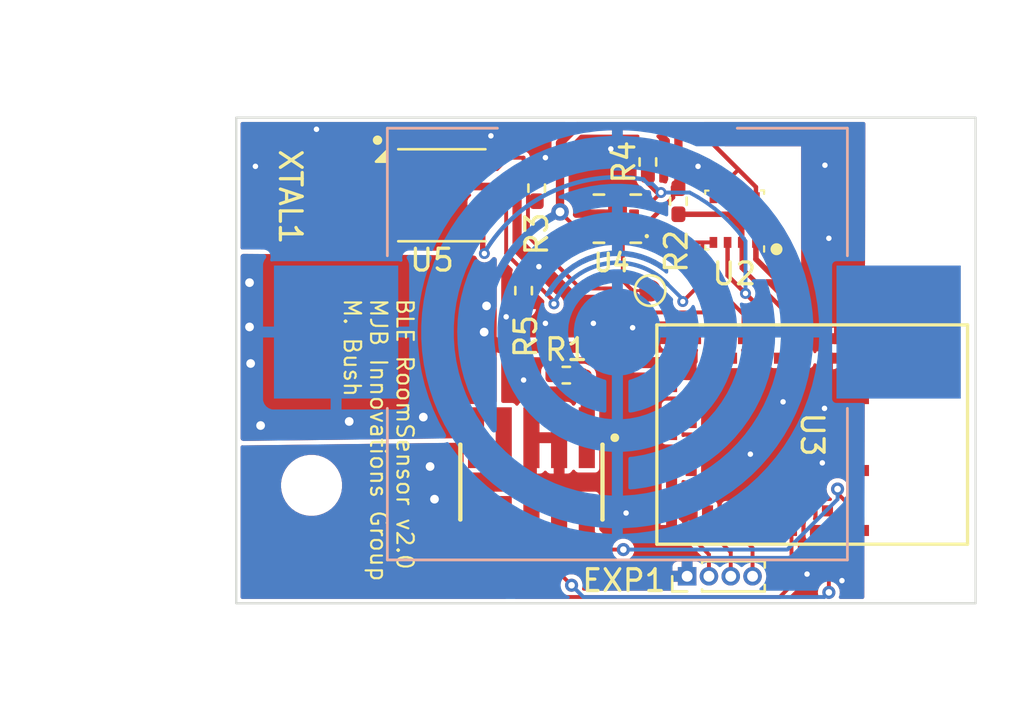
<source format=kicad_pcb>
(kicad_pcb (version 20240108) (generator "pcbnew") (generator_version "8.0")
  (layers (0 "F.Cu" signal) (31 "B.Cu" signal) (34 "B.Paste" user) (35 "F.Paste" user) (36 "B.SilkS" user "B.Silkscreen") (37 "F.SilkS" user "F.Silkscreen") (38 "B.Mask" user) (39 "F.Mask" user) (44 "Edge.Cuts" user))
  (net 0 "")
  (net 1 "BME_CS")
  (net 2 "GND")
  (net 3 "VDD")
  (net 26 "Net-(J1-Pad01)")
  (net 27 "DIO")
  (net 28 "CLK")
  (net 33 "RESET")
  (net 34 "PCF_INT")
  (net 35 "SDA")
  (net 36 "SCL")
  (net 37 "LIS_INT")
  (net 40 "Net-(U5-OSCI)")
  (net 41 "Net-(U5-OSCO)")
  (net 43 "Net-(EXP1-Pin_4)")
  (net 44 "Net-(EXP1-Pin_2)")
  (net 45 "Net-(EXP1-Pin_3)")
  (footprint "Package_LGA:Bosch_LGA-8_2.5x2.5mm_P0.65mm_ClockwisePinNumbering" (layer "F.Cu") (at 144.78 72.263 180)
    (property "Reference" "U2" (at 0.015 -2.465 0) (layer "F.SilkS"))
    (property "Value" "BME280")
    (fp_line (start 1.35 1.35) (end 1.35 1.2) (stroke (width 0.1)) (layer "F.SilkS"))
    (fp_line (start 1.35 1.35) (end 1.2 1.35) (stroke (width 0.1)) (layer "F.SilkS"))
    (fp_line (start 1.35 -1.35) (end 1.35 -1.2) (stroke (width 0.1)) (layer "F.SilkS"))
    (fp_line (start 1.2 -1.35) (end 1.35 -1.35) (stroke (width 0.1)) (layer "F.SilkS"))
    (fp_line (start -1.35 1.36) (end -1.2 1.36) (stroke (width 0.1)) (layer "F.SilkS"))
    (fp_line (start -1.35 1.35) (end -1.35 1.2) (stroke (width 0.1)) (layer "F.SilkS"))
    (fp_line (start -1.35 -1.2) (end -1.35 -1.45) (stroke (width 0.1)) (layer "F.SilkS"))
    (pad "1" smd rect (at -0.975 -1.025 270) (size 0.5 0.35) (layers "F.Cu" "F.Paste" "F.Mask") (net 2 "GND"))
    (pad "2" smd rect (at -0.325 -1.025 270) (size 0.5 0.35) (layers "F.Cu" "F.Paste" "F.Mask") (net 1 "BME_CS"))
    (pad "3" smd rect (at 0.325 -1.025 270) (size 0.5 0.35) (layers "F.Cu" "F.Paste" "F.Mask") (net 35 "SDA"))
    (pad "4" smd rect (at 0.975 -1.025 270) (size 0.5 0.35) (layers "F.Cu" "F.Paste" "F.Mask") (net 36 "SCL"))
    (pad "5" smd rect (at 0.975 1.025 270) (size 0.5 0.35) (layers "F.Cu" "F.Paste" "F.Mask") (net 2 "GND"))
    (pad "6" smd rect (at 0.325 1.025 270) (size 0.5 0.35) (layers "F.Cu" "F.Paste" "F.Mask") (net 3 "VDD"))
    (pad "7" smd rect (at -0.325 1.025 270) (size 0.5 0.35) (layers "F.Cu" "F.Paste" "F.Mask") (net 2 "GND"))
    (pad "8" smd rect (at -0.975 1.025 270) (size 0.5 0.35) (layers "F.Cu" "F.Paste" "F.Mask") (net 3 "VDD"))
  )
  (footprint "Connector_PinHeader_1.00mm:PinHeader_1x04_P1.00mm_Vertical" (layer "F.Cu") (at 142.6 88.6 90)
    (property "Reference" "EXP1" (at -0.2 -2.9 180) (layer "F.SilkS"))
    (property "Value" "Conn_01x04_Pin")
    (fp_line (start -0.695 -0.685) (end 0 -0.685) (stroke (width 0.12)) (layer "F.SilkS"))
    (fp_line (start -0.695 0) (end -0.695 -0.685) (stroke (width 0.12)) (layer "F.SilkS"))
    (fp_line (start 0.695 0.685) (end 0.695 3.56) (stroke (width 0.12)) (layer "F.SilkS"))
    (fp_line (start 0.608276 0.685) (end 0.695 0.685) (stroke (width 0.12)) (layer "F.SilkS"))
    (fp_line (start -0.695 0.685) (end -0.608276 0.685) (stroke (width 0.12)) (layer "F.SilkS"))
    (fp_line (start -0.695 0.685) (end -0.695 3.56) (stroke (width 0.12)) (layer "F.SilkS"))
    (fp_line (start 0.394493 3.56) (end 0.695 3.56) (stroke (width 0.12)) (layer "F.SilkS"))
    (fp_line (start -0.695 3.56) (end -0.394493 3.56) (stroke (width 0.12)) (layer "F.SilkS"))
    (pad "1" thru_hole rect (at 0 0 90) (size 0.85 0.85) (drill 0.5) (layers "*.Cu" "*.Mask") (net 2 "GND"))
    (pad "2" thru_hole oval (at 0 1 90) (size 0.85 0.85) (drill 0.5) (layers "*.Cu" "*.Mask") (net 44 "Net-(EXP1-Pin_2)"))
    (pad "3" thru_hole oval (at 0 2 90) (size 0.85 0.85) (drill 0.5) (layers "*.Cu" "*.Mask") (net 45 "Net-(EXP1-Pin_3)"))
    (pad "4" thru_hole oval (at 0 3 90) (size 0.85 0.85) (drill 0.5) (layers "*.Cu" "*.Mask") (net 43 "Net-(EXP1-Pin_4)"))
  )
  (footprint "BMD_360_A_R:BMD-360_UBL" (layer "F.Cu") (at 148.336 82.099999 -90)
    (property "Reference" "U3" (at 0 0 -90) (layer "F.SilkS"))
    (property "Value" "BMD-360-A-R")
    (fp_line (start -5.0292 7.1247) (end -5.0292 -7.1247) (stroke (width 0.1524)) (layer "F.SilkS"))
    (fp_line (start 5.0292 7.1247) (end -5.0292 7.1247) (stroke (width 0.1524)) (layer "F.SilkS"))
    (fp_line (start -5.0292 -7.1247) (end 5.0292 -7.1247) (stroke (width 0.1524)) (layer "F.SilkS"))
    (fp_line (start 5.0292 -7.1247) (end 5.0292 7.1247) (stroke (width 0.1524)) (layer "F.SilkS"))
    (pad "1" smd rect (at -4.399999 -2.350001 270) (size 0.508 0.508) (layers "F.Cu" "F.Paste" "F.Mask") (net 2 "GND"))
    (pad "2" smd rect (at -3.499999 -1.800001 270) (size 0.508 0.508) (layers "F.Cu" "F.Paste" "F.Mask") (net 2 "GND"))
    (pad "3" smd rect (at -4.399999 -1.250001 270) (size 0.508 0.508) (layers "F.Cu" "F.Paste" "F.Mask") (net 2 "GND"))
    (pad "4" smd rect (at -3.499999 -0.700001 270) (size 0.508 0.508) (layers "F.Cu" "F.Paste" "F.Mask") (net 2 "GND"))
    (pad "5" smd rect (at -4.399999 -0.150001 270) (size 0.508 0.508) (layers "F.Cu" "F.Paste" "F.Mask") (net 2 "GND"))
    (pad "6" smd rect (at -3.499999 0.399999 270) (size 0.508 0.508) (layers "F.Cu" "F.Paste" "F.Mask"))
    (pad "7" smd rect (at -4.399999 0.95 270) (size 0.508 0.508) (layers "F.Cu" "F.Paste" "F.Mask") (net 1 "BME_CS"))
    (pad "8" smd rect (at -3.499999 1.5 270) (size 0.508 0.508) (layers "F.Cu" "F.Paste" "F.Mask"))
    (pad "9" smd rect (at -4.399999 2.05 270) (size 0.508 0.508) (layers "F.Cu" "F.Paste" "F.Mask") (net 35 "SDA"))
    (pad "10" smd rect (at -3.499999 2.6 270) (size 0.508 0.508) (layers "F.Cu" "F.Paste" "F.Mask"))
    (pad "11" smd rect (at -4.399999 3.15 270) (size 0.508 0.508) (layers "F.Cu" "F.Paste" "F.Mask") (net 36 "SCL"))
    (pad "12" smd rect (at -3.499999 3.7 270) (size 0.508 0.508) (layers "F.Cu" "F.Paste" "F.Mask"))
    (pad "13" smd rect (at -4.399999 4.250001 270) (size 0.508 0.508) (layers "F.Cu" "F.Paste" "F.Mask") (net 37 "LIS_INT"))
    (pad "14" smd rect (at -3.499999 4.800001 270) (size 0.508 0.508) (layers "F.Cu" "F.Paste" "F.Mask"))
    (pad "15" smd rect (at -4.399999 5.350001 270) (size 0.508 0.508) (layers "F.Cu" "F.Paste" "F.Mask") (net 34 "PCF_INT"))
    (pad "16" smd rect (at -4.399999 6.450001 270) (size 0.508 0.508) (layers "F.Cu" "F.Paste" "F.Mask") (net 2 "GND"))
    (pad "17" smd rect (at -3.300001 6.45) (size 0.508 0.508) (layers "F.Cu" "F.Paste" "F.Mask") (net 3 "VDD"))
    (pad "18" smd rect (at -2.750001 5.55) (size 0.508 0.508) (layers "F.Cu" "F.Paste" "F.Mask") (net 2 "GND"))
    (pad "19" smd rect (at -2.200001 6.45) (size 0.508 0.508) (layers "F.Cu" "F.Paste" "F.Mask"))
    (pad "20" smd rect (at -1.650001 5.55) (size 0.508 0.508) (layers "F.Cu" "F.Paste" "F.Mask"))
    (pad "21" smd rect (at -1.1 6.45) (size 0.508 0.508) (layers "F.Cu" "F.Paste" "F.Mask"))
    (pad "22" smd rect (at -0.55 5.55) (size 0.508 0.508) (layers "F.Cu" "F.Paste" "F.Mask"))
    (pad "23" smd rect (at 0 6.45) (size 0.508 0.508) (layers "F.Cu" "F.Paste" "F.Mask"))
    (pad "24" smd rect (at 0.55 5.55) (size 0.508 0.508) (layers "F.Cu" "F.Paste" "F.Mask"))
    (pad "25" smd rect (at 1.1 6.45) (size 0.508 0.508) (layers "F.Cu" "F.Paste" "F.Mask"))
    (pad "26" smd rect (at 1.65 5.55) (size 0.508 0.508) (layers "F.Cu" "F.Paste" "F.Mask"))
    (pad "27" smd rect (at 2.200001 6.45) (size 0.508 0.508) (layers "F.Cu" "F.Paste" "F.Mask"))
    (pad "28" smd rect (at 2.750001 5.55) (size 0.508 0.508) (layers "F.Cu" "F.Paste" "F.Mask"))
    (pad "29" smd rect (at 3.300001 6.45) (size 0.508 0.508) (layers "F.Cu" "F.Paste" "F.Mask") (net 2 "GND"))
    (pad "30" smd rect (at 4.399999 6.450001 270) (size 0.508 0.508) (layers "F.Cu" "F.Paste" "F.Mask") (net 2 "GND"))
    (pad "31" smd rect (at 4.399999 5.350001 270) (size 0.508 0.508) (layers "F.Cu" "F.Paste" "F.Mask") (net 44 "Net-(EXP1-Pin_2)"))
    (pad "32" smd rect (at 3.499999 4.800001 270) (size 0.508 0.508) (layers "F.Cu" "F.Paste" "F.Mask"))
    (pad "33" smd rect (at 4.399999 4.250001 270) (size 0.508 0.508) (layers "F.Cu" "F.Paste" "F.Mask") (net 45 "Net-(EXP1-Pin_3)"))
    (pad "34" smd rect (at 3.499999 3.7 270) (size 0.508 0.508) (layers "F.Cu" "F.Paste" "F.Mask"))
    (pad "35" smd rect (at 4.399999 3.15 270) (size 0.508 0.508) (layers "F.Cu" "F.Paste" "F.Mask") (net 43 "Net-(EXP1-Pin_4)"))
    (pad "36" smd rect (at 3.499999 2.6 270) (size 0.508 0.508) (layers "F.Cu" "F.Paste" "F.Mask"))
    (pad "37" smd rect (at 4.399999 2.05 270) (size 0.508 0.508) (layers "F.Cu" "F.Paste" "F.Mask"))
    (pad "38" smd rect (at 3.499999 1.5 270) (size 0.508 0.508) (layers "F.Cu" "F.Paste" "F.Mask"))
    (pad "39" smd rect (at 4.399999 0.95 270) (size 0.508 0.508) (layers "F.Cu" "F.Paste" "F.Mask") (net 33 "RESET"))
    (pad "40" smd rect (at 3.499999 0.399999 270) (size 0.508 0.508) (layers "F.Cu" "F.Paste" "F.Mask"))
    (pad "41" smd rect (at 4.399999 -0.150001 270) (size 0.508 0.508) (layers "F.Cu" "F.Paste" "F.Mask"))
    (pad "42" smd rect (at 3.499999 -0.700001 270) (size 0.508 0.508) (layers "F.Cu" "F.Paste" "F.Mask"))
    (pad "43" smd rect (at 4.399999 -1.250001 270) (size 0.508 0.508) (layers "F.Cu" "F.Paste" "F.Mask") (net 28 "CLK"))
    (pad "44" smd rect (at 3.499999 -1.800001 270) (size 0.508 0.508) (layers "F.Cu" "F.Paste" "F.Mask") (net 27 "DIO"))
    (pad "45" smd rect (at 4.399999 -2.350001 270) (size 0.508 0.508) (layers "F.Cu" "F.Paste" "F.Mask") (net 2 "GND"))
    (pad "46" smd rect (at 1.65 -2.350001 270) (size 0.508 0.508) (layers "F.Cu" "F.Paste" "F.Mask") (net 2 "GND"))
    (pad "47" smd rect (at -1.65 -2.350001 270) (size 0.508 0.508) (layers "F.Cu" "F.Paste" "F.Mask") (net 2 "GND"))
  )
  (footprint "Resistor_SMD:R_0402_1005Metric_Pad0.72x0.64mm_HandSolder" (layer "F.Cu") (at 137.0584 79.375)
    (property "Reference" "R1" (at 0 -1.17 0) (layer "F.SilkS"))
    (property "Value" "0")
    (fp_line (start -0.167621 -0.38) (end 0.167621 -0.38) (stroke (width 0.12)) (layer "F.SilkS"))
    (fp_line (start -0.167621 0.38) (end 0.167621 0.38) (stroke (width 0.12)) (layer "F.SilkS"))
    (pad "1" smd roundrect (at -0.5975 0) (size 0.715 0.64) (layers "F.Cu" "F.Paste" "F.Mask") (net 3 "VDD"))
    (pad "2" smd roundrect (at 0.5975 0) (size 0.715 0.64) (layers "F.Cu" "F.Paste" "F.Mask") (net 26 "Net-(J1-Pad01)"))
  )
  (footprint "FTSH-105-01-F-DV-P-TR:SAMTEC_FTSH-105-01-F-DV-P-TR" (layer "F.Cu") (at 135.4582 84.2802 180)
    (property "Reference" "J1" (hide yes))
    (property "Value" "FTSH-105-01-F-DV-P-TR")
    (fp_line (start 3.26 1.715) (end 3.26 1.715) (stroke (width 0.2)) (layer "F.SilkS"))
    (fp_line (start 3.26 -1.715) (end 3.26 1.715) (stroke (width 0.2)) (layer "F.SilkS"))
    (fp_line (start 3.26 -1.715) (end 3.26 -1.715) (stroke (width 0.2)) (layer "F.SilkS"))
    (fp_line (start -3.26 1.715) (end -3.26 1.715) (stroke (width 0.2)) (layer "F.SilkS"))
    (fp_line (start -3.26 1.715) (end -3.26 -1.715) (stroke (width 0.2)) (layer "F.SilkS"))
    (fp_line (start -3.26 -1.715) (end -3.26 -1.715) (stroke (width 0.2)) (layer "F.SilkS"))
    (fp_circle (center -3.825 2.035) (end -3.725 2.035) (stroke (width 0.2)) (fill none) (layer "F.SilkS"))
    (pad "01" smd rect (at -2.54 2.035 180) (size 0.74 2.79) (layers "F.Cu" "F.Paste" "F.Mask") (net 26 "Net-(J1-Pad01)"))
    (pad "02" smd rect (at -2.54 -2.035 180) (size 0.74 2.79) (layers "F.Cu" "F.Paste" "F.Mask") (net 27 "DIO"))
    (pad "03" smd rect (at -1.27 2.035 180) (size 0.74 2.79) (layers "F.Cu" "F.Paste" "F.Mask") (net 2 "GND"))
    (pad "04" smd rect (at -1.27 -2.035 180) (size 0.74 2.79) (layers "F.Cu" "F.Paste" "F.Mask") (net 28 "CLK"))
    (pad "05" smd rect (at 0 2.035 180) (size 0.74 2.79) (layers "F.Cu" "F.Paste" "F.Mask") (net 2 "GND"))
    (pad "06" smd rect (at 0 -2.035 180) (size 0.74 2.79) (layers "F.Cu" "F.Paste" "F.Mask"))
    (pad "07" smd rect (at 1.27 2.035 180) (size 0.74 2.79) (layers "F.Cu" "F.Paste" "F.Mask"))
    (pad "08" smd rect (at 1.27 -2.035 180) (size 0.74 2.79) (layers "F.Cu" "F.Paste" "F.Mask"))
    (pad "09" smd rect (at 2.54 2.035 180) (size 0.74 2.79) (layers "F.Cu" "F.Paste" "F.Mask"))
    (pad "10" smd rect (at 2.54 -2.035 180) (size 0.74 2.79) (layers "F.Cu" "F.Paste" "F.Mask") (net 33 "RESET"))
  )
  (footprint "Resistor_SMD:R_0402_1005Metric_Pad0.72x0.64mm_HandSolder" (layer "F.Cu") (at 135.7 70.8 90)
    (property "Reference" "R3" (at -2.1 0 90) (layer "F.SilkS"))
    (property "Value" "100k")
    (fp_line (start -0.167621 -0.38) (end 0.167621 -0.38) (stroke (width 0.12)) (layer "F.SilkS"))
    (fp_line (start -0.167621 0.38) (end 0.167621 0.38) (stroke (width 0.12)) (layer "F.SilkS"))
    (pad "1" smd roundrect (at -0.5975 0 90) (size 0.715 0.64) (layers "F.Cu" "F.Paste" "F.Mask") (net 34 "PCF_INT"))
    (pad "2" smd roundrect (at 0.5975 0 90) (size 0.715 0.64) (layers "F.Cu" "F.Paste" "F.Mask") (net 3 "VDD"))
  )
  (footprint "Resistor_SMD:R_0402_1005Metric_Pad0.72x0.64mm_HandSolder" (layer "F.Cu") (at 140.8 69.6 -90)
    (property "Reference" "R4" (at 0.0025 1.1 90) (layer "F.SilkS"))
    (property "Value" "10k")
    (fp_line (start -0.167621 0.38) (end 0.167621 0.38) (stroke (width 0.12)) (layer "F.SilkS"))
    (fp_line (start -0.167621 -0.38) (end 0.167621 -0.38) (stroke (width 0.12)) (layer "F.SilkS"))
    (pad "1" smd roundrect (at -0.5975 0 270) (size 0.715 0.64) (layers "F.Cu" "F.Paste" "F.Mask") (net 2 "GND"))
    (pad "2" smd roundrect (at 0.5975 0 270) (size 0.715 0.64) (layers "F.Cu" "F.Paste" "F.Mask") (net 35 "SDA"))
  )
  (footprint "FC_135_32_7680KA_A3:XTAL_FC-135R_EPS" (layer "F.Cu") (at 126.4 71.2 -90)
    (property "Reference" "XTAL1" (at 0 2 -90) (layer "F.SilkS"))
    (property "Value" "FC-135 32.7680KA-A3")
    (pad "1" smd rect (at -1.0922 0) (size 1.6002 1.4224) (layers "F.Cu" "F.Paste" "F.Mask") (net 40 "Net-(U5-OSCI)"))
    (pad "2" smd rect (at 1.0922 0) (size 1.6002 1.4224) (layers "F.Cu" "F.Paste" "F.Mask") (net 41 "Net-(U5-OSCO)"))
    (zone (net 0) (net_name "") (layer "F.Cu") (connect_pads (clearance 0)) (min_thickness 0.254)
      (keepout (tracks not_allowed) (vias not_allowed) (pads allowed) (copperpour not_allowed) (footprints allowed))
      (fill (thermal_gap 0.508) (thermal_bridge_width 0.508))
      (polygon (pts (xy 127.2509 70.8698) (xy 127.2509 71.5302) (xy 125.5491 71.5302) (xy 125.5491 70.8698)))
    )
  )
  (footprint "LIS2DH12TR:PQFN50P200X200100-12N" (layer "F.Cu") (at 139.4 72.2 180)
    (property "Reference" "U4" (at 0.26154 -2.02186 180) (layer "F.SilkS") (effects (font (size 0.810205 0.810205))))
    (property "Value" "LIS2DH12TR")
    (fp_line (start 1.08 1.105) (end 0.61 1.105) (stroke (width 0.127)) (layer "F.SilkS"))
    (fp_line (start 0.61 -1.105) (end 1.08 -1.105) (stroke (width 0.127)) (layer "F.SilkS"))
    (fp_line (start -0.61 1.105) (end -1.08 1.105) (stroke (width 0.127)) (layer "F.SilkS"))
    (fp_line (start -1.08 -1.105) (end -0.61 -1.105) (stroke (width 0.127)) (layer "F.SilkS"))
    (fp_circle (center -1.35 -0.8) (end -1.3 -0.8) (stroke (width 0.1)) (fill none) (layer "F.SilkS"))
    (pad "1" smd roundrect (at -0.765 -0.75 180) (size 0.45 0.35) (layers "F.Cu" "F.Paste" "F.Mask") (roundrect_rratio 0.15) (net 36 "SCL"))
    (pad "2" smd roundrect (at -0.765 -0.25 180) (size 0.45 0.35) (layers "F.Cu" "F.Paste" "F.Mask") (roundrect_rratio 0.15) (net 3 "VDD"))
    (pad "3" smd roundrect (at -0.765 0.25 180) (size 0.45 0.35) (layers "F.Cu" "F.Paste" "F.Mask") (roundrect_rratio 0.15))
    (pad "4" smd roundrect (at -0.765 0.75 180) (size 0.45 0.35) (layers "F.Cu" "F.Paste" "F.Mask") (roundrect_rratio 0.15) (net 35 "SDA"))
    (pad "5" smd roundrect (at -0.265 0.765 180) (size 0.35 0.45) (layers "F.Cu" "F.Paste" "F.Mask") (roundrect_rratio 0.15) (net 2 "GND"))
    (pad "6" smd roundrect (at 0.25 0.765 180) (size 0.35 0.45) (layers "F.Cu" "F.Paste" "F.Mask") (roundrect_rratio 0.15) (net 2 "GND"))
    (pad "7" smd roundrect (at 0.765 0.75 180) (size 0.45 0.35) (layers "F.Cu" "F.Paste" "F.Mask") (roundrect_rratio 0.15) (net 2 "GND"))
    (pad "8" smd roundrect (at 0.765 0.25 180) (size 0.45 0.35) (layers "F.Cu" "F.Paste" "F.Mask") (roundrect_rratio 0.15) (net 2 "GND"))
    (pad "9" smd roundrect (at 0.765 -0.25 180) (size 0.45 0.35) (layers "F.Cu" "F.Paste" "F.Mask") (roundrect_rratio 0.15) (net 3 "VDD"))
    (pad "10" smd roundrect (at 0.765 -0.75 180) (size 0.45 0.35) (layers "F.Cu" "F.Paste" "F.Mask") (roundrect_rratio 0.15) (net 3 "VDD"))
    (pad "11" smd roundrect (at 0.25 -0.765 180) (size 0.35 0.45) (layers "F.Cu" "F.Paste" "F.Mask") (roundrect_rratio 0.15))
    (pad "12" smd roundrect (at -0.25 -0.765 180) (size 0.35 0.45) (layers "F.Cu" "F.Paste" "F.Mask") (roundrect_rratio 0.15) (net 37 "LIS_INT"))
  )
  (footprint "MountingHole:MountingHole_2.5mm" (layer "F.Cu") (at 125.3744 84.4296)
    (property "Reference" "H2" (hide yes))
    (property "Value" "MountingHole")
    (pad "" np_thru_hole circle (at 0 0) (size 2.5 2.5) (drill 2.5) (layers "*.Cu" "*.Mask"))
  )
  (footprint "MountingHole:MountingHole_2.5mm" (layer "F.Cu") (at 152.908 70.7136)
    (property "Reference" "H1" (hide yes))
    (property "Value" "MountingHole")
    (pad "" np_thru_hole circle (at 0 0) (size 2.5 2.5) (drill 2.5) (layers "*.Cu" "*.Mask"))
  )
  (footprint "Resistor_SMD:R_0402_1005Metric_Pad0.72x0.64mm_HandSolder" (layer "F.Cu") (at 135.1 75.5 90)
    (property "Reference" "R5" (at -2.1 0.1 90) (layer "F.SilkS"))
    (property "Value" "10k")
    (fp_line (start -0.167621 -0.38) (end 0.167621 -0.38) (stroke (width 0.12)) (layer "F.SilkS"))
    (fp_line (start -0.167621 0.38) (end 0.167621 0.38) (stroke (width 0.12)) (layer "F.SilkS"))
    (pad "1" smd roundrect (at -0.5975 0 90) (size 0.715 0.64) (layers "F.Cu" "F.Paste" "F.Mask") (net 2 "GND"))
    (pad "2" smd roundrect (at 0.5975 0 90) (size 0.715 0.64) (layers "F.Cu" "F.Paste" "F.Mask") (net 36 "SCL"))
  )
  (footprint "TestPoint:TestPoint_Pad_D1.0mm" (layer "F.Cu") (at 140.9 75.5)
    (property "Reference" "TP_LIS1" (hide yes))
    (property "Value" "TestPoint")
    (fp_circle (center 0 0) (end 0 0.7) (stroke (width 0.12)) (fill none) (layer "F.SilkS"))
    (pad "1" smd circle (at 0 0) (size 1 1) (layers "F.Cu" "F.Mask") (net 37 "LIS_INT"))
  )
  (footprint "Package_SON:HVSON-8-1EP_4x4mm_P0.8mm_EP2.2x3.1mm" (layer "F.Cu") (at 131.35 71.125)
    (property "Reference" "U5" (at -0.45 2.975 0) (layer "F.SilkS"))
    (property "Value" "PCF8523TK")
    (fp_line (start -2 -2.11) (end 2 -2.11) (stroke (width 0.12)) (layer "F.SilkS"))
    (fp_line (start -2 2.11) (end 2 2.11) (stroke (width 0.12)) (layer "F.SilkS"))
    (fp_poly (pts (xy -2.54 -1.54) (xy -3.02 -1.54) (xy -2.54 -2.02) (xy -2.54 -1.54)) (stroke (width 0.12)) (fill solid) (layer "F.SilkS"))
    (pad "1" smd roundrect (at -1.875 -1.2) (size 1 0.35) (layers "F.Cu" "F.Paste" "F.Mask") (net 40 "Net-(U5-OSCI)"))
    (pad "2" smd roundrect (at -1.875 -0.4) (size 1 0.35) (layers "F.Cu" "F.Paste" "F.Mask") (net 41 "Net-(U5-OSCO)"))
    (pad "3" smd roundrect (at -1.875 0.4) (size 1 0.35) (layers "F.Cu" "F.Paste" "F.Mask") (net 3 "VDD"))
    (pad "4" smd roundrect (at -1.875 1.2) (size 1 0.35) (layers "F.Cu" "F.Paste" "F.Mask") (net 2 "GND"))
    (pad "5" smd roundrect (at 1.875 1.2) (size 1 0.35) (layers "F.Cu" "F.Paste" "F.Mask") (net 35 "SDA"))
    (pad "6" smd roundrect (at 1.875 0.4) (size 1 0.35) (layers "F.Cu" "F.Paste" "F.Mask") (net 36 "SCL"))
    (pad "7" smd roundrect (at 1.875 -0.4) (size 1 0.35) (layers "F.Cu" "F.Paste" "F.Mask") (net 34 "PCF_INT"))
    (pad "8" smd roundrect (at 1.875 -1.2) (size 1 0.35) (layers "F.Cu" "F.Paste" "F.Mask") (net 3 "VDD"))
    (pad "9" smd rect (at 0 0) (size 2.2 3.1) (property pad_prop_heatsink) (layers "F.Cu" "F.Mask") (net 2 "GND"))
  )
  (footprint "Resistor_SMD:R_0402_1005Metric_Pad0.72x0.64mm_HandSolder" (layer "F.Cu") (at 142.2 71.4 -90)
    (property "Reference" "R2" (at 2.3 0.1 90) (layer "F.SilkS"))
    (property "Value" "100k")
    (fp_line (start -0.167621 0.38) (end 0.167621 0.38) (stroke (width 0.12)) (layer "F.SilkS"))
    (fp_line (start -0.167621 -0.38) (end 0.167621 -0.38) (stroke (width 0.12)) (layer "F.SilkS"))
    (pad "1" smd roundrect (at -0.5975 0 270) (size 0.715 0.64) (layers "F.Cu" "F.Paste" "F.Mask") (net 3 "VDD"))
    (pad "2" smd roundrect (at 0.5975 0 270) (size 0.715 0.64) (layers "F.Cu" "F.Paste" "F.Mask") (net 1 "BME_CS"))
  )
  (footprint "BAT_HLD_003_SMT:BAT_BAT-HLD-003-SMT_MOD" (layer "B.Cu") (at 139.4 77.4)
    (property "Reference" "BT1" (hide yes))
    (property "Value" "Battery_Cell")
    (fp_line (start -10.55 -9.35) (end -10.55 -3.5) (stroke (width 0.127)) (layer "B.SilkS"))
    (fp_line (start -10.55 10.45) (end -10.55 3.5) (stroke (width 0.127)) (layer "B.SilkS"))
    (fp_line (start -5.5 -9.35) (end -10.55 -9.35) (stroke (width 0.127)) (layer "B.SilkS"))
    (fp_line (start 10.55 -9.35) (end 5.5 -9.35) (stroke (width 0.127)) (layer "B.SilkS"))
    (fp_line (start 10.55 -3.5) (end 10.55 -9.35) (stroke (width 0.127)) (layer "B.SilkS"))
    (fp_line (start 10.55 3.5) (end 10.55 10.45) (stroke (width 0.127)) (layer "B.SilkS"))
    (fp_line (start 10.55 10.45) (end -10.55 10.45) (stroke (width 0.127)) (layer "B.SilkS"))
    (pad "1" smd rect (at -12.9 0) (size 5.7 6.1) (layers "B.Cu" "B.Paste" "B.Mask") (net 3 "VDD"))
    (pad "2" smd custom (at -7.5 -3.5) (size 1 1) (layers "B.Cu" "B.Paste" "B.Mask") (net 2 "GND") (options (clearance outline) (anchor rect)) (primitives (gr_circle (center 7.5 3.5) (end 15.75 3.5) (width 1.5) (fill no)) (gr_line (start 7.5 3.5) (end 7.5 11.75) (width 0.5)) (gr_circle (center 7.5 3.5) (end 12.25 3.5) (width 1.5) (fill no)) (gr_circle (center 7.5 3.5) (end 9.5 3.5) (width 0) (fill yes))))
    (pad "NC" smd rect (at 12.9 0) (size 5.7 6.1) (layers "B.Cu" "B.Paste" "B.Mask"))
  )
  (gr_arc (start 133.301327 73.760469) (mid 136.429741 70.948832) (end 140.6 70.4) (stroke (width 0.2)) (layer "B.Cu") (net 35))
  (gr_arc (start 136.491552 76.107356) (mid 138.853762 74.264458) (end 141.7 75.2) (stroke (width 0.2)) (layer "B.Cu") (net 36))
  (gr_arc (start 133.316417 77.4) (mid 134.260579 74.144799) (end 136.8 71.900001) (stroke (width 0.381)) (layer "B.Cu") (net 3))
  (gr_circle (center 128.4 68.6) (end 128.541421 68.6) (stroke (width 0.15)) (fill solid) (layer "F.SilkS"))
  (gr_circle (center 146.7 73.6) (end 146.9 73.6) (stroke (width 0.15)) (fill solid) (layer "F.SilkS"))
  (gr_rect (start 121.92 67.564) (end 155.829 89.8398) (stroke (width 0.1)) (fill none) (layer "Edge.Cuts"))
  (gr_text "BLE RoomSensor v2.0\nMJB Innovations Group\nM. Bush" (at 126.8 75.8 270) (layer "F.SilkS") (effects (font (size 0.75 0.75) (thickness 0.1)) (justify left bottom)))
  (segment (start 142.2 71.9975) (end 144.4975 71.9975) (width 0.25) (layer "F.Cu") (net 1))
  (segment (start 144.653 72.153) (end 144.653 72.186224) (width 0.25) (layer "F.Cu") (net 1))
  (segment (start 144.4975 71.9975) (end 144.653 72.153) (width 0.25) (layer "F.Cu") (net 1))
  (segment (start 144.653 72.186224) (end 145.105 72.638224) (width 0.25) (layer "F.Cu") (net 1))
  (segment (start 145.105 74.464132) (end 147.386 76.745132) (width 0.2032) (layer "F.Cu") (net 1))
  (segment (start 145.105 73.233) (end 145.105 74.464132) (width 0.2032) (layer "F.Cu") (net 1))
  (segment (start 147.386 77.7) (end 147.386 76.745132) (width 0.1778) (layer "F.Cu") (net 1))
  (segment (start 145.105 72.638224) (end 145.105 73.288) (width 0.25) (layer "F.Cu") (net 1))
  (segment (start 145.105 71.745) (end 145.755 72.395) (width 0.254) (layer "F.Cu") (net 2))
  (segment (start 143.805 70.505) (end 143.1 69.8) (width 0.1778) (layer "F.Cu") (net 2))
  (segment (start 145.755 72.395) (end 145.755 74.055) (width 0.254) (layer "F.Cu") (net 2))
  (segment (start 145.755 74.055) (end 147.1 75.4) (width 0.254) (layer "F.Cu") (net 2))
  (segment (start 143.805 71.238) (end 143.805 70.505) (width 0.1778) (layer "F.Cu") (net 2))
  (segment (start 145.105 71.293) (end 145.105 71.745) (width 0.254) (layer "F.Cu") (net 2))
  (via (at 135.1 79.6) (size 0.5) (drill 0.25) (layers "F.Cu" "B.Cu") (net 2))
  (via (at 147 80.6) (size 0.5) (drill 0.25) (layers "F.Cu" "B.Cu") (net 2))
  (via (at 148.1 88.5) (size 0.5) (drill 0.25) (layers "F.Cu" "B.Cu") (net 2))
  (via (at 135.8 74.4) (size 0.5) (drill 0.25) (layers "F.Cu" "B.Cu") (net 2))
  (via (at 139.1 69) (size 0.5) (drill 0.25) (layers "F.Cu" "B.Cu") (net 2))
  (via (at 130.81 83.566) (size 0.8) (drill 0.4) (layers "F.Cu" "B.Cu") (net 2))
  (via (at 134.3 76.7) (size 0.5) (drill 0.25) (layers "F.Cu" "B.Cu") (net 2))
  (via (at 133.6 68.4) (size 0.5) (drill 0.25) (layers "F.Cu" "B.Cu") (net 2))
  (via (at 140.1 77.2) (size 0.5) (drill 0.25) (layers "F.Cu" "B.Cu") (net 2))
  (via (at 136.1 69.4) (size 0.5) (drill 0.25) (layers "F.Cu" "B.Cu") (net 2))
  (via (at 136.1 77) (size 0.5) (drill 0.25) (layers "F.Cu" "B.Cu") (net 2))
  (via (at 139.8 85.7) (size 0.5) (drill 0.25) (layers "F.Cu" "B.Cu") (net 2))
  (via (at 149.7 88.8) (size 0.5) (drill 0.25) (layers "F.Cu" "B.Cu") (net 2))
  (via (at 138.3 77) (size 0.5) (drill 0.25) (layers "F.Cu" "B.Cu") (net 2))
  (via (at 148.8 83.4) (size 0.5) (drill 0.25) (layers "F.Cu" "B.Cu") (net 2))
  (via (at 143.1 69.8) (size 0.5) (drill 0.25) (layers "F.Cu" "B.Cu") (net 2))
  (via (at 148.9202 69.7484) (size 0.5) (drill 0.25) (layers "F.Cu" "B.Cu") (net 2))
  (via (at 125.6 68.1) (size 0.5) (drill 0.25) (layers "F.Cu" "B.Cu") (net 2))
  (via (at 145.5 83) (size 0.5) (drill 0.25) (layers "F.Cu" "B.Cu") (net 2))
  (via (at 131.0132 85.0646) (size 0.8) (drill 0.4) (layers "F.Cu" "B.Cu") (net 2))
  (via (at 148.9 80.9) (size 0.5) (drill 0.25) (layers "F.Cu" "B.Cu") (net 2))
  (via (at 149.1 73.1) (size 0.5) (drill 0.25) (layers "F.Cu" "B.Cu") (net 2))
  (via (at 122.8 69.8) (size 0.5) (drill 0.25) (layers "F.Cu" "B.Cu") (net 2))
  (segment (start 138.635 72.45) (end 138.635 72.95) (width 0.1778) (layer "F.Cu") (net 3))
  (segment (start 136.4609 78.1391) (end 136.5 78.1) (width 0.25) (layer "F.Cu") (net 3))
  (segment (start 144.455 70.445) (end 144.9531 69.9469) (width 0.1778) (layer "F.Cu") (net 3))
  (segment (start 133.875 69.925) (end 134.3975 69.4025) (width 0.1778) (layer "F.Cu") (net 3))
  (segment (start 128 72.1) (end 128 74.3) (width 0.25) (layer "F.Cu") (net 3))
  (segment (start 140.730081 72.45) (end 140.165 72.45) (width 0.2032) (layer "F.Cu") (net 3))
  (segment (start 138.635 72.45) (end 137.331763 72.45) (width 0.1778) (layer "F.Cu") (net 3))
  (segment (start 142.2404 70.4596) (end 141.9516 70.7484) (width 0.2032) (layer "F.Cu") (net 3))
  (segment (start 139.988598 78.799998) (end 139.2886 78.1) (width 0.508) (layer "F.Cu") (net 3))
  (segment (start 136.4609 79.375) (end 136.4609 78.1391) (width 0.25) (layer "F.Cu") (net 3))
  (segment (start 137.5455 67.9545) (end 136.770586 68.729414) (width 0.381) (layer "F.Cu") (net 3))
  (segment (start 136.770586 70.1) (end 135.7 70.1) (width 0.1778) (layer "F.Cu") (net 3))
  (segment (start 142.2 70.8025) (end 142.2 68.4) (width 0.381) (layer "F.Cu") (net 3))
  (segment (start 144.455 71.238) (end 144.455 70.445) (width 0.1778) (layer "F.Cu") (net 3))
  (segment (start 137.331763 72.45) (end 136.770586 71.888823) (width 0.1778) (layer "F.Cu") (net 3))
  (segment (start 135.1 69.5) (end 135.1 69.4025) (width 0.1778) (layer "F.Cu") (net 3))
  (segment (start 141.9516 70.7484) (end 141.9516 71.228481) (width 0.2032) (layer "F.Cu") (net 3))
  (segment (start 145.755 70.7488) (end 144.9531 69.9469) (width 0.2032) (layer "F.Cu") (net 3))
  (segment (start 141.7545 67.9545) (end 137.5455 67.9545) (width 0.381) (layer "F.Cu") (net 3))
  (segment (start 141.886 78.799998) (end 139.988598 78.799998) (width 0.508) (layer "F.Cu") (net 3))
  (segment (start 142.9607 67.9545) (end 141.6 67.9545) (width 0.2032) (layer "F.Cu") (net 3))
  (segment (start 145.755 71.293) (end 145.755 70.7488) (width 0.2032) (layer "F.Cu") (net 3))
  (segment (start 133.225 69.925) (end 133.875 69.925) (width 0.1778) (layer "F.Cu") (net 3))
  (segment (start 141.9516 71.228481) (end 140.730081 72.45) (width 0.2032) (layer "F.Cu") (net 3))
  (segment (start 128.575 71.525) (end 128 72.1) (width 0.25) (layer "F.Cu") (net 3))
  (segment (start 142.2 68.4) (end 141.7545 67.9545) (width 0.381) (layer "F.Cu") (net 3))
  (segment (start 139.2886 78.1) (end 136.5 78.1) (width 0.508) (layer "F.Cu") (net 3))
  (segment (start 129.475 71.525) (end 128.575 71.525) (width 0.25) (layer "F.Cu") (net 3))
  (segment (start 136.770586 68.729414) (end 136.770586 71.888823) (width 0.381) (layer "F.Cu") (net 3))
  (segment (start 133.990091 78.1) (end 133.29004 77.399949) (width 0.508) (layer "F.Cu") (net 3))
  (segment (start 136.5 78.1) (end 133.990091 78.1) (width 0.508) (layer "F.Cu") (net 3))
  (segment (start 144.9531 69.9469) (end 142.9607 67.9545) (width 0.2032) (layer "F.Cu") (net 3))
  (segment (start 134.3975 69.4025) (end 135.1 69.4025) (width 0.1778) (layer "F.Cu") (net 3))
  (segment (start 135.7 70.1) (end 135.1 69.5) (width 0.1778) (layer "F.Cu") (net 3))
  (via (at 122.5296 77.1652) (size 0.8) (drill 0.4) (layers "F.Cu" "B.Cu") (net 3))
  (via (at 127.1 81.5) (size 0.8) (drill 0.4) (layers "F.Cu" "B.Cu") (net 3))
  (via (at 130.5 81.3) (size 0.8) (drill 0.4) (layers "F.Cu" "B.Cu") (net 3))
  (via (at 136.770586 71.888823) (size 0.8) (drill 0.4) (layers "F.Cu" "B.Cu") (net 3))
  (via (at 122.5804 78.8416) (size 0.8) (drill 0.4) (layers "F.Cu" "B.Cu") (net 3))
  (via (at 122.5296 75.1332) (size 0.8) (drill 0.4) (layers "F.Cu" "B.Cu") (net 3))
  (via (at 133.29004 77.399949) (size 0.8) (drill 0.4) (layers "F.Cu" "B.Cu") (net 3))
  (via (at 123.0376 81.6864) (size 0.8) (drill 0.4) (layers "F.Cu" "B.Cu") (net 3))
  (via (at 133.4 76.2) (size 0.8) (drill 0.4) (layers "F.Cu" "B.Cu") (net 3))
  (segment (start 137.9709 82.2179) (end 137.9982 82.2452) (width 0.508) (layer "F.Cu") (net 26))
  (segment (start 137.9709 79.375) (end 137.9709 82.2179) (width 0.508) (layer "F.Cu") (net 26))
  (segment (start 139.6746 87.376) (end 139.059 87.376) (width 0.1778) (layer "F.Cu") (net 27))
  (segment (start 149.5 84.8) (end 149.5 84.6) (width 0.1778) (layer "F.Cu") (net 27))
  (segment (start 139.059 87.376) (end 137.9982 86.3152) (width 0.1778) (layer "F.Cu") (net 27))
  (segment (start 150.136001 85.436001) (end 149.5 84.8) (width 0.1778) (layer "F.Cu") (net 27))
  (via (at 139.6746 87.376) (size 0.6) (drill 0.3) (layers "F.Cu" "B.Cu") (net 27))
  (via (at 149.5 84.6) (size 0.6) (drill 0.3) (layers "F.Cu" "B.Cu") (net 27))
  (segment (start 149.5 85.069) (end 147.193 87.376) (width 0.1778) (layer "B.Cu") (net 27))
  (segment (start 149.5 84.6) (end 149.5 85.069) (width 0.1778) (layer "B.Cu") (net 27))
  (segment (start 147.193 87.376) (end 139.6746 87.376) (width 0.1778) (layer "B.Cu") (net 27))
  (segment (start 149.1 89.3398) (end 149.1 86.985999) (width 0.1778) (layer "F.Cu") (net 28))
  (segment (start 136.7282 88.440966) (end 136.7282 86.3152) (width 0.1778) (layer "F.Cu") (net 28))
  (segment (start 149.1 86.985999) (end 149.586001 86.499998) (width 0.1778) (layer "F.Cu") (net 28))
  (segment (start 137.299234 89.012) (end 136.7282 88.440966) (width 0.1778) (layer "F.Cu") (net 28))
  (segment (start 137.3 89.012) (end 137.299234 89.012) (width 0.1778) (layer "F.Cu") (net 28))
  (via (at 149.1 89.3398) (size 0.6) (drill 0.3) (layers "F.Cu" "B.Cu") (net 28))
  (via (at 137.3 89.012) (size 0.6) (drill 0.3) (layers "F.Cu" "B.Cu") (net 28))
  (segment (start 137.3 89.012) (end 137.8389 89.5509) (width 0.1778) (layer "B.Cu") (net 28))
  (segment (start 148.8889 89.5509) (end 149.1 89.3398) (width 0.1778) (layer "B.Cu") (net 28))
  (segment (start 137.8389 89.5509) (end 148.8889 89.5509) (width 0.1778) (layer "B.Cu") (net 28))
  (segment (start 132.9182 86.3152) (end 132.9182 87.7102) (width 0.1778) (layer "F.Cu") (net 33))
  (segment (start 132.9182 87.7102) (end 134.7589 89.5509) (width 0.1778) (layer "F.Cu") (net 33))
  (segment (start 134.7589 89.5509) (end 146.8491 89.5509) (width 0.1778) (layer "F.Cu") (net 33))
  (segment (start 146.8491 89.5509) (end 147.386 89.014) (width 0.1778) (layer "F.Cu") (net 33))
  (segment (start 147.386 89.014) (end 147.386 86.499998) (width 0.1778) (layer "F.Cu") (net 33))
  (segment (start 134.9725 70.725) (end 135.1 70.5975) (width 0.1778) (layer "F.Cu") (net 34))
  (segment (start 140.6 76.8) (end 140.8 77) (width 0.1778) (layer "F.Cu") (net 34))
  (segment (start 139.2 75.4) (end 140.6 76.8) (width 0.1778) (layer "F.Cu") (net 34))
  (segment (start 140.8 77) (end 142.285999 77) (width 0.1778) (layer "F.Cu") (net 34))
  (segment (start 133.225 70.725) (end 134.9725 70.725) (width 0.1778) (layer "F.Cu") (net 34))
  (segment (start 135.3 71.4) (end 135.3 73) (width 0.1778) (layer "F.Cu") (net 34))
  (segment (start 135.7 71.3975) (end 135.3025 71.3975) (width 0.127) (layer "F.Cu") (net 34))
  (segment (start 135.3 73) (end 137.7 75.4) (width 0.1778) (layer "F.Cu") (net 34))
  (segment (start 142.285999 77) (end 142.985999 77.7) (width 0.1778) (layer "F.Cu") (net 34))
  (segment (start 135.3025 71.3975) (end 135.3 71.4) (width 0.127) (layer "F.Cu") (net 34))
  (segment (start 135.3 70.7975) (end 135.3 71.4) (width 0.1778) (layer "F.Cu") (net 34))
  (segment (start 135.1 70.5975) (end 135.3 70.7975) (width 0.1778) (layer "F.Cu") (net 34))
  (segment (start 137.7 75.4) (end 139.2 75.4) (width 0.1778) (layer "F.Cu") (net 34))
  (segment (start 145.276693 75.628039) (end 144.455 74.806346) (width 0.2032) (layer "F.Cu") (net 35))
  (segment (start 140.95 71.45) (end 141.4 71) (width 0.1778) (layer "F.Cu") (net 35))
  (segment (start 141.2 71) (end 140.8 70.6) (width 0.1778) (layer "F.Cu") (net 35))
  (segment (start 141.4 71) (end 141.2 71) (width 0.1778) (layer "F.Cu") (net 35))
  (segment (start 140.8 70.6) (end 140.8 70.1975) (width 0.1778) (layer "F.Cu") (net 35))
  (segment (start 146.286 77.7) (end 146.286 76.637346) (width 0.1778) (layer "F.Cu") (net 35))
  (segment (start 144.455 74.806346) (end 144.455 73.233) (width 0.2032) (layer "F.Cu") (net 35))
  (segment (start 140.165 71.45) (end 140.95 71.45) (width 0.1778) (layer "F.Cu") (net 35))
  (segment (start 133.225 73.725) (end 133.3 73.8) (width 0.25) (layer "F.Cu") (net 35))
  (segment (start 145.276693 75.628039) (end 146.286 76.637346) (width 0.2032) (layer "F.Cu") (net 35))
  (segment (start 133.225 72.325) (end 133.225 73.725) (width 0.25) (layer "F.Cu") (net 35))
  (via (at 141.4 71) (size 0.5) (drill 0.25) (layers "F.Cu" "B.Cu") (net 35))
  (via (at 133.3 73.8) (size 0.5) (drill 0.25) (layers "F.Cu" "B.Cu") (net 35))
  (via (at 145.276693 75.628039) (size 0.5) (drill 0.25) (layers "F.Cu" "B.Cu") (net 35))
  (segment (start 141.4 71) (end 142.711669 71) (width 0.1778) (layer "B.Cu") (net 35))
  (segment (start 145.276693 73.231738) (end 145.276693 75.628039) (width 0.1778) (layer "B.Cu") (net 35))
  (segment (start 143.073327 71.198195) (end 143.479368 71.457402) (width 0.1778) (layer "B.Cu") (net 35))
  (segment (start 142.711669 71) (end 143.073327 71.198195) (width 0.1778) (layer "B.Cu") (net 35))
  (segment (start 144.235039 72.054149) (end 144.581299 72.389026) (width 0.1778) (layer "B.Cu") (net 35))
  (segment (start 141.4 71) (end 141 70.6) (width 0.1778) (layer "B.Cu") (net 35))
  (segment (start 145.202971 73.124344) (end 145.276693 73.231738) (width 0.1778) (layer "B.Cu") (net 35))
  (segment (start 144.581299 72.389026) (end 144.904428 72.746294) (width 0.1778) (layer "B.Cu") (net 35))
  (segment (start 140.8 70.6) (end 140.6 70.4) (width 0.1778) (layer "B.Cu") (net 35))
  (segment (start 143.479368 71.457402) (end 143.867178 71.743143) (width 0.1778) (layer "B.Cu") (net 35))
  (segment (start 144.904428 72.746294) (end 145.202971 73.124344) (width 0.1778) (layer "B.Cu") (net 35))
  (segment (start 143.867178 71.743143) (end 144.235039 72.054149) (width 0.1778) (layer "B.Cu") (net 35))
  (segment (start 141 70.6) (end 140.8 70.6) (width 0.1778) (layer "B.Cu") (net 35))
  (segment (start 145.186 77.7) (end 145.186 76.586) (width 0.1778) (layer "F.Cu") (net 36))
  (segment (start 140.165 72.95) (end 142.05 72.95) (width 0.1778) (layer "F.Cu") (net 36))
  (segment (start 143.3 75.1) (end 143.3 74.7) (width 0.1778) (layer "F.Cu") (net 36))
  (segment (start 142.4 76) (end 143.3 75.1) (width 0.1778) (layer "F.Cu") (net 36))
  (segment (start 134.125 71.525) (end 134.3 71.7) (width 0.1778) (layer "F.Cu") (net 36))
  (segment (start 142.388 73.288) (end 143.3 73.288) (width 0.1778) (layer "F.Cu") (net 36))
  (segment (start 136.491552 75.991552) (end 136.491552 76.107356) (width 0.1778) (layer "F.Cu") (net 36))
  (segment (start 134.3 71.7) (end 134.3 73.8) (width 0.1778) (layer "F.Cu") (net 36))
  (segment (start 142.05 72.95) (end 142.388 73.288) (width 0.1778) (layer "F.Cu") (net 36))
  (segment (start 133.225 71.525) (end 134.125 71.525) (width 0.1778) (layer "F.Cu") (net 36))
  (segment (start 143.3 73.288) (end 143.805 73.288) (width 0.1778) (layer "F.Cu") (net 36))
  (segment (start 143.3 74.7) (end 145.186 76.586) (width 0.1778) (layer "F.Cu") (net 36))
  (segment (start 134.3 73.8) (end 136.491552 75.991552) (width 0.1778) (layer "F.Cu") (net 36))
  (segment (start 143.3 73.288) (end 143.3 74.7) (width 0.1778) (layer "F.Cu") (net 36))
  (via (at 136.491552 76.107356) (size 0.5) (drill 0.24) (layers "F.Cu" "B.Cu") (net 36))
  (via (at 142.4 76) (size 0.5) (drill 0.24) (layers "F.Cu" "B.Cu") (net 36))
  (segment (start 142.4 75.9) (end 141.7 75.2) (width 0.1778) (layer "B.Cu") (net 36))
  (segment (start 142.4 76) (end 142.4 75.9) (width 0.1778) (layer "B.Cu") (net 36))
  (segment (start 140.05 75.45) (end 139.65 75.05) (width 0.1778) (layer "F.Cu") (net 37))
  (segment (start 144.085999 77.7) (end 144.085999 77.085999) (width 0.1778) (layer "F.Cu") (net 37))
  (segment (start 144.085999 77.085999) (end 143.5 76.5) (width 0.1778) (layer "F.Cu") (net 37))
  (segment (start 143.5 76.5) (end 141.1 76.5) (width 0.1778) (layer "F.Cu") (net 37))
  (segment (start 139.65 75.05) (end 139.65 72.965) (width 0.1778) (layer "F.Cu") (net 37))
  (segment (start 140.1 75.5) (end 140.05 75.45) (width 0.127) (layer "F.Cu") (net 37))
  (segment (start 140.9 75.5) (end 140.1 75.5) (width 0.127) (layer "F.Cu") (net 37))
  (segment (start 141.1 76.5) (end 140.05 75.45) (width 0.1778) (layer "F.Cu") (net 37))
  (segment (start 129.475 69.925) (end 127.0828 69.925) (width 0.25) (layer "F.Cu") (net 40))
  (segment (start 127.0828 69.925) (end 126.9 70.1078) (width 0.25) (layer "F.Cu") (net 40))
  (segment (start 128.075 70.725) (end 127.7 71.1) (width 0.25) (layer "F.Cu") (net 41))
  (segment (start 129.475 70.725) (end 128.075 70.725) (width 0.25) (layer "F.Cu") (net 41))
  (segment (start 127.7 71.257878) (end 126.665678 72.2922) (width 0.25) (layer "F.Cu") (net 41))
  (segment (start 127.7 71.1) (end 127.7 71.257878) (width 0.25) (layer "F.Cu") (net 41))
  (segment (start 126.665678 72.2922) (end 126.4 72.2922) (width 0.25) (layer "F.Cu") (net 41))
  (segment (start 145.186 86.886) (end 145.6 87.3) (width 0.1778) (layer "F.Cu") (net 43))
  (segment (start 145.186 86.499998) (end 145.186 86.886) (width 0.1778) (layer "F.Cu") (net 43))
  (segment (start 145.6 87.3) (end 145.6 88.6) (width 0.1778) (layer "F.Cu") (net 43))
  (segment (start 143.6 87.6) (end 143.6 88.6) (width 0.1778) (layer "F.Cu") (net 44))
  (segment (start 142.985999 86.499998) (end 142.985999 86.985999) (width 0.1778) (layer "F.Cu") (net 44))
  (segment (start 142.985999 86.985999) (end 143.6 87.6) (width 0.1778) (layer "F.Cu") (net 44))
  (segment (start 144.085999 86.985999) (end 144.6 87.5) (width 0.1778) (layer "F.Cu") (net 45))
  (segment (start 144.6 87.5) (end 144.6 88.6) (width 0.1778) (layer "F.Cu") (net 45))
  (segment (start 144.085999 86.499998) (end 144.085999 86.985999) (width 0.1778) (layer "F.Cu") (net 45))
  (zone (net 0) (net_name "") (layers "F&B.Cu") (connect_pads (clearance 0)) (min_thickness 0.25)
    (keepout (tracks allowed) (vias allowed) (pads allowed) (copperpour not_allowed) (footprints allowed))
    (fill (thermal_gap 0.5) (thermal_bridge_width 0.5))
    (polygon (pts (xy 150.7236 90.1192) (xy 156.083 90.0938) (xy 156.1338 67.3608) (xy 150.7744 67.3862)))
  )
  (zone (net 0) (net_name "") (layers "F&B.Cu") (connect_pads (clearance 0)) (min_thickness 0.25)
    (keepout (tracks allowed) (vias allowed) (pads allowed) (copperpour not_allowed) (footprints allowed))
    (fill (thermal_gap 0.5) (thermal_bridge_width 0.5))
    (polygon (pts (xy 147.828 74.976) (xy 141.732 74.976) (xy 141.732 68.88) (xy 147.828 68.88)))
  )
  (zone (net 2) (net_name "GND") (layers "F&B.Cu") (connect_pads (clearance 0.2)) (min_thickness 0.15) (fill yes (thermal_gap 0.25) (thermal_bridge_width 0.5))
    (polygon (pts (xy 121.92 67.564) (xy 155.8798 67.6148) (xy 156.0068 89.8652) (xy 122.047 89.8144)))
  )
  (zone (net 3) (net_name "VDD") (layers "F&B.Cu") (name "VDD") (priority 1) (connect_pads (clearance 0)) (min_thickness 0.25) (fill yes (thermal_gap 0.5) (thermal_bridge_width 0.5))
    (polygon (pts (xy 129.9464 73.8632) (xy 121.92 73.8124) (xy 121.92 82.3976) (xy 133.868 82.2484) (xy 133.868 73.9)))
  )
)
</source>
